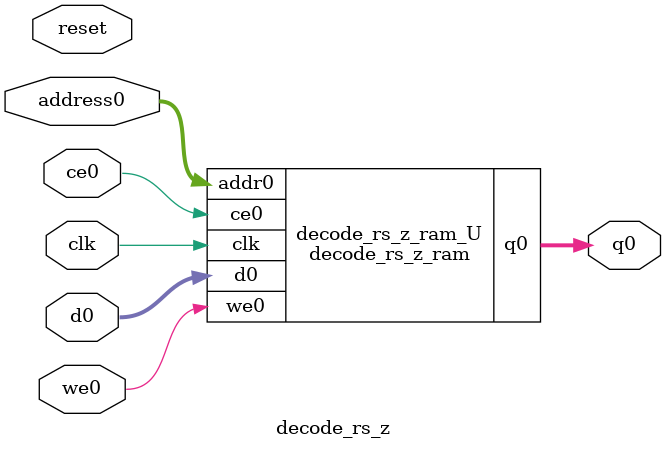
<source format=v>
`timescale 1 ns / 1 ps
module decode_rs_z_ram (addr0, ce0, d0, we0, q0,  clk);

parameter DWIDTH = 9;
parameter AWIDTH = 4;
parameter MEM_SIZE = 11;

input[AWIDTH-1:0] addr0;
input ce0;
input[DWIDTH-1:0] d0;
input we0;
output reg[DWIDTH-1:0] q0;
input clk;

reg [DWIDTH-1:0] ram[0:MEM_SIZE-1];




always @(posedge clk)  
begin 
    if (ce0) begin
        if (we0) 
            ram[addr0] <= d0; 
        q0 <= ram[addr0];
    end
end


endmodule

`timescale 1 ns / 1 ps
module decode_rs_z(
    reset,
    clk,
    address0,
    ce0,
    we0,
    d0,
    q0);

parameter DataWidth = 32'd9;
parameter AddressRange = 32'd11;
parameter AddressWidth = 32'd4;
input reset;
input clk;
input[AddressWidth - 1:0] address0;
input ce0;
input we0;
input[DataWidth - 1:0] d0;
output[DataWidth - 1:0] q0;



decode_rs_z_ram decode_rs_z_ram_U(
    .clk( clk ),
    .addr0( address0 ),
    .ce0( ce0 ),
    .we0( we0 ),
    .d0( d0 ),
    .q0( q0 ));

endmodule


</source>
